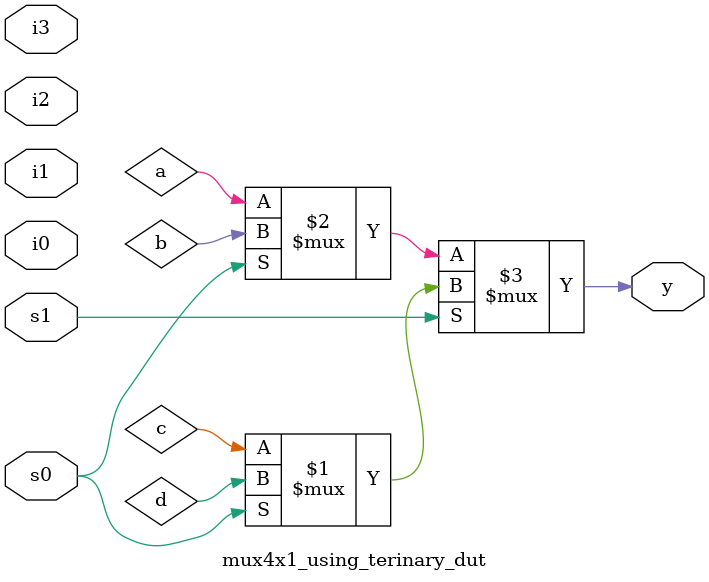
<source format=v>
module mux4x1_using_terinary_dut (
    output y,input i0,i1,i2,i3,s0,s1
);
    assign y = s1 ? (s0 ? d : c) : (s0 ? b : a);
    
endmodule

</source>
